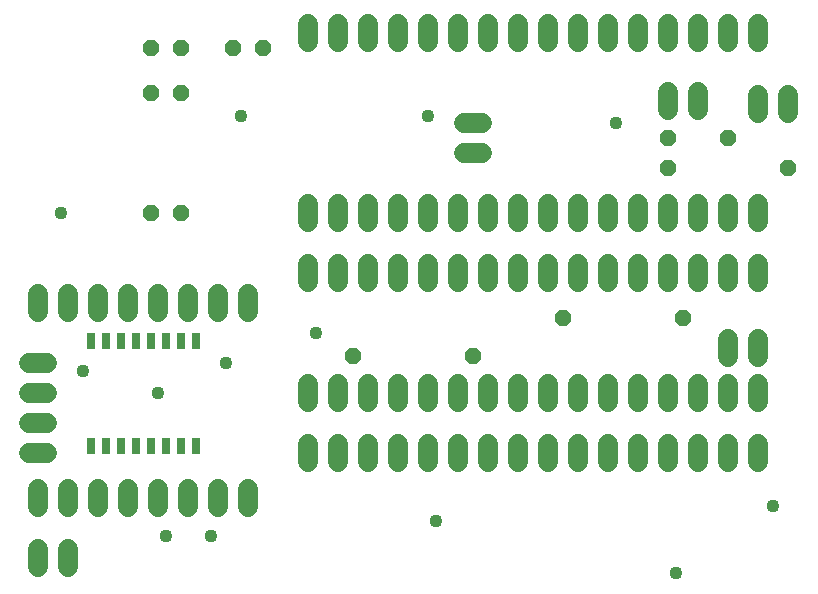
<source format=gts>
G75*
%MOIN*%
%OFA0B0*%
%FSLAX25Y25*%
%IPPOS*%
%LPD*%
%AMOC8*
5,1,8,0,0,1.08239X$1,22.5*
%
%ADD10C,0.06600*%
%ADD11OC8,0.05400*%
%ADD12R,0.02962X0.05324*%
%ADD13C,0.04362*%
D10*
X0021800Y0022600D02*
X0021800Y0028600D01*
X0031800Y0028600D02*
X0031800Y0022600D01*
X0031800Y0042600D02*
X0031800Y0048600D01*
X0021800Y0048600D02*
X0021800Y0042600D01*
X0041800Y0042600D02*
X0041800Y0048600D01*
X0051800Y0048600D02*
X0051800Y0042600D01*
X0061800Y0042600D02*
X0061800Y0048600D01*
X0071800Y0048600D02*
X0071800Y0042600D01*
X0081800Y0042600D02*
X0081800Y0048600D01*
X0091800Y0048600D02*
X0091800Y0042600D01*
X0111800Y0057600D02*
X0111800Y0063600D01*
X0121800Y0063600D02*
X0121800Y0057600D01*
X0131800Y0057600D02*
X0131800Y0063600D01*
X0141800Y0063600D02*
X0141800Y0057600D01*
X0151800Y0057600D02*
X0151800Y0063600D01*
X0161800Y0063600D02*
X0161800Y0057600D01*
X0171800Y0057600D02*
X0171800Y0063600D01*
X0181800Y0063600D02*
X0181800Y0057600D01*
X0191800Y0057600D02*
X0191800Y0063600D01*
X0201800Y0063600D02*
X0201800Y0057600D01*
X0211800Y0057600D02*
X0211800Y0063600D01*
X0221800Y0063600D02*
X0221800Y0057600D01*
X0231800Y0057600D02*
X0231800Y0063600D01*
X0241800Y0063600D02*
X0241800Y0057600D01*
X0251800Y0057600D02*
X0251800Y0063600D01*
X0261800Y0063600D02*
X0261800Y0057600D01*
X0261800Y0077600D02*
X0261800Y0083600D01*
X0251800Y0083600D02*
X0251800Y0077600D01*
X0241800Y0077600D02*
X0241800Y0083600D01*
X0231800Y0083600D02*
X0231800Y0077600D01*
X0221800Y0077600D02*
X0221800Y0083600D01*
X0211800Y0083600D02*
X0211800Y0077600D01*
X0201800Y0077600D02*
X0201800Y0083600D01*
X0191800Y0083600D02*
X0191800Y0077600D01*
X0181800Y0077600D02*
X0181800Y0083600D01*
X0171800Y0083600D02*
X0171800Y0077600D01*
X0161800Y0077600D02*
X0161800Y0083600D01*
X0151800Y0083600D02*
X0151800Y0077600D01*
X0141800Y0077600D02*
X0141800Y0083600D01*
X0131800Y0083600D02*
X0131800Y0077600D01*
X0121800Y0077600D02*
X0121800Y0083600D01*
X0111800Y0083600D02*
X0111800Y0077600D01*
X0091800Y0107600D02*
X0091800Y0113600D01*
X0081800Y0113600D02*
X0081800Y0107600D01*
X0071800Y0107600D02*
X0071800Y0113600D01*
X0061800Y0113600D02*
X0061800Y0107600D01*
X0051800Y0107600D02*
X0051800Y0113600D01*
X0041800Y0113600D02*
X0041800Y0107600D01*
X0031800Y0107600D02*
X0031800Y0113600D01*
X0021800Y0113600D02*
X0021800Y0107600D01*
X0024800Y0090600D02*
X0018800Y0090600D01*
X0018800Y0080600D02*
X0024800Y0080600D01*
X0024800Y0070600D02*
X0018800Y0070600D01*
X0018800Y0060600D02*
X0024800Y0060600D01*
X0111800Y0117600D02*
X0111800Y0123600D01*
X0121800Y0123600D02*
X0121800Y0117600D01*
X0131800Y0117600D02*
X0131800Y0123600D01*
X0141800Y0123600D02*
X0141800Y0117600D01*
X0151800Y0117600D02*
X0151800Y0123600D01*
X0161800Y0123600D02*
X0161800Y0117600D01*
X0171800Y0117600D02*
X0171800Y0123600D01*
X0181800Y0123600D02*
X0181800Y0117600D01*
X0191800Y0117600D02*
X0191800Y0123600D01*
X0201800Y0123600D02*
X0201800Y0117600D01*
X0211800Y0117600D02*
X0211800Y0123600D01*
X0221800Y0123600D02*
X0221800Y0117600D01*
X0231800Y0117600D02*
X0231800Y0123600D01*
X0241800Y0123600D02*
X0241800Y0117600D01*
X0251800Y0117600D02*
X0251800Y0123600D01*
X0261800Y0123600D02*
X0261800Y0117600D01*
X0261800Y0098600D02*
X0261800Y0092600D01*
X0251800Y0092600D02*
X0251800Y0098600D01*
X0251800Y0137600D02*
X0251800Y0143600D01*
X0261800Y0143600D02*
X0261800Y0137600D01*
X0241800Y0137600D02*
X0241800Y0143600D01*
X0231800Y0143600D02*
X0231800Y0137600D01*
X0221800Y0137600D02*
X0221800Y0143600D01*
X0211800Y0143600D02*
X0211800Y0137600D01*
X0201800Y0137600D02*
X0201800Y0143600D01*
X0191800Y0143600D02*
X0191800Y0137600D01*
X0181800Y0137600D02*
X0181800Y0143600D01*
X0171800Y0143600D02*
X0171800Y0137600D01*
X0161800Y0137600D02*
X0161800Y0143600D01*
X0151800Y0143600D02*
X0151800Y0137600D01*
X0141800Y0137600D02*
X0141800Y0143600D01*
X0131800Y0143600D02*
X0131800Y0137600D01*
X0121800Y0137600D02*
X0121800Y0143600D01*
X0111800Y0143600D02*
X0111800Y0137600D01*
X0163800Y0160600D02*
X0169800Y0160600D01*
X0169800Y0170600D02*
X0163800Y0170600D01*
X0161800Y0197600D02*
X0161800Y0203600D01*
X0151800Y0203600D02*
X0151800Y0197600D01*
X0141800Y0197600D02*
X0141800Y0203600D01*
X0131800Y0203600D02*
X0131800Y0197600D01*
X0121800Y0197600D02*
X0121800Y0203600D01*
X0111800Y0203600D02*
X0111800Y0197600D01*
X0171800Y0197600D02*
X0171800Y0203600D01*
X0181800Y0203600D02*
X0181800Y0197600D01*
X0191800Y0197600D02*
X0191800Y0203600D01*
X0201800Y0203600D02*
X0201800Y0197600D01*
X0211800Y0197600D02*
X0211800Y0203600D01*
X0221800Y0203600D02*
X0221800Y0197600D01*
X0231800Y0197600D02*
X0231800Y0203600D01*
X0241800Y0203600D02*
X0241800Y0197600D01*
X0251800Y0197600D02*
X0251800Y0203600D01*
X0261800Y0203600D02*
X0261800Y0197600D01*
X0261800Y0180100D02*
X0261800Y0174100D01*
X0271800Y0174100D02*
X0271800Y0180100D01*
X0241800Y0181100D02*
X0241800Y0175100D01*
X0231800Y0175100D02*
X0231800Y0181100D01*
D11*
X0231800Y0165600D03*
X0231800Y0155600D03*
X0251800Y0165600D03*
X0271800Y0155600D03*
X0236800Y0105600D03*
X0196800Y0105600D03*
X0166800Y0093100D03*
X0126800Y0093100D03*
X0069300Y0140600D03*
X0059300Y0140600D03*
X0059300Y0180600D03*
X0069300Y0180600D03*
X0069300Y0195600D03*
X0059300Y0195600D03*
X0086800Y0195600D03*
X0096800Y0195600D03*
D12*
X0074300Y0098100D03*
X0069300Y0098100D03*
X0064300Y0098100D03*
X0059300Y0098100D03*
X0054300Y0098100D03*
X0049300Y0098100D03*
X0044300Y0098100D03*
X0039300Y0098100D03*
X0039300Y0063100D03*
X0044300Y0063100D03*
X0049300Y0063100D03*
X0054300Y0063100D03*
X0059300Y0063100D03*
X0064300Y0063100D03*
X0069300Y0063100D03*
X0074300Y0063100D03*
D13*
X0061800Y0080600D03*
X0084300Y0090600D03*
X0114300Y0100600D03*
X0036800Y0088100D03*
X0029300Y0140600D03*
X0089300Y0173100D03*
X0151800Y0173100D03*
X0214300Y0170600D03*
X0266800Y0043100D03*
X0234300Y0020600D03*
X0154300Y0038100D03*
X0079300Y0033100D03*
X0064300Y0033100D03*
M02*

</source>
